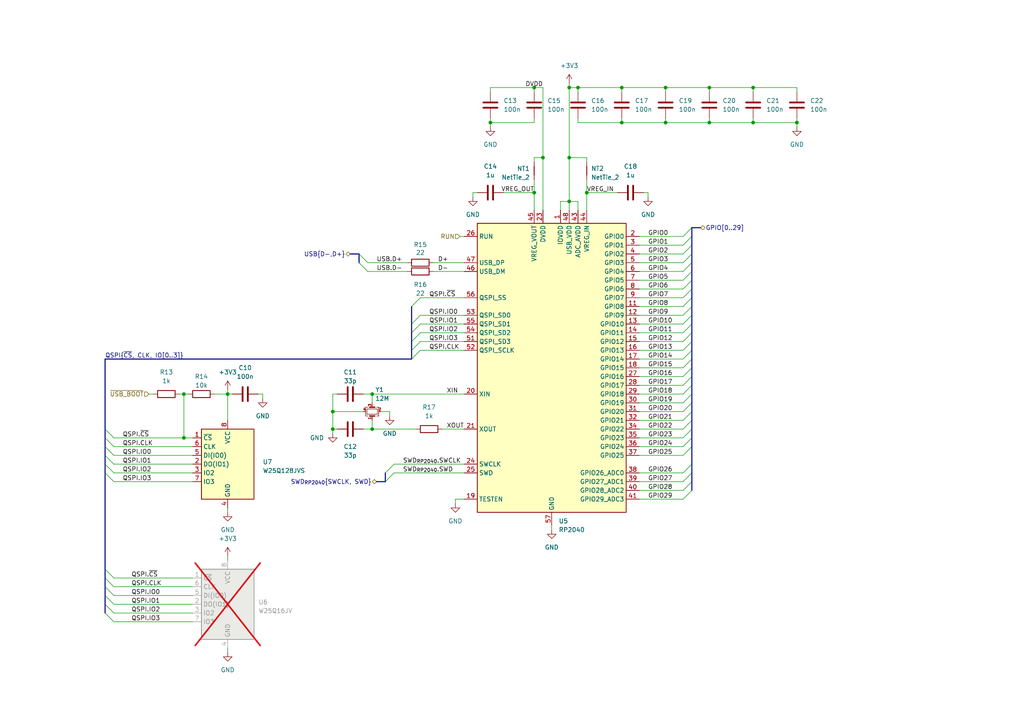
<source format=kicad_sch>
(kicad_sch (version 20230121) (generator eeschema)
  (paper "A4")
  (lib_symbols
    (symbol "Device:C" (pin_numbers hide) (pin_names (offset 0.254))
      (property "Reference" "C" (at 0.635 2.54 0))
      (property "Value" "C" (at 0.635 -2.54 0))
      (symbol "C_0_1"
        (polyline (pts (xy -2.032 -0.762) (xy 2.032 -0.762)) (stroke (width 0.508)))
        (polyline (pts (xy -2.032 0.762) (xy 2.032 0.762)) (stroke (width 0.508)))
      )
      (symbol "C_1_1"
        (pin passive line (at 0 3.81 270) (length 2.794) (name "~") (number "1"))
        (pin passive line (at 0 -3.81 90) (length 2.794) (name "~") (number "2"))
      )
    )
    (symbol "Device:Crystal_GND24_Small" (pin_names (offset 1.016) hide)
      (property "Reference" "Y" (at 1.27 4.445 0))
      (property "Value" "Crystal_GND24_Small" (at 1.27 2.54 0))
      (symbol "Crystal_GND24_Small_0_1"
        (rectangle (start -0.762 -1.524) (end 0.762 1.524))
        (polyline (pts (xy -1.27 -0.762) (xy -1.27 0.762)) (stroke (width 0.381)))
        (polyline (pts (xy 1.27 -0.762) (xy 1.27 0.762)) (stroke (width 0.381)))
        (polyline (pts (xy -1.27 -1.27) (xy -1.27 -1.905) (xy 1.27 -1.905) (xy 1.27 -1.27)))
        (polyline (pts (xy -1.27 1.27) (xy -1.27 1.905) (xy 1.27 1.905) (xy 1.27 1.27)))
      )
      (symbol "Crystal_GND24_Small_1_1"
        (pin passive line (at -2.54 0 0) (length 1.27) (name "1") (number "1"))
        (pin passive line (at 0 -2.54 90) (length 0.635) (name "2") (number "2"))
        (pin passive line (at 2.54 0 180) (length 1.27) (name "3") (number "3"))
        (pin passive line (at 0 2.54 270) (length 0.635) (name "4") (number "4"))
      )
    )
    (symbol "Device:NetTie_2" (pin_numbers hide) (pin_names (offset 0) hide)
      (property "Reference" "NT" (at 0 1.27 0))
      (property "Value" "NetTie_2" (at 0 -1.27 0))
      (symbol "NetTie_2_0_1"
        (polyline (pts (xy -1.27 0) (xy 1.27 0)) (stroke (width 0.254)))
      )
      (symbol "NetTie_2_1_1"
        (pin passive line (at -2.54 0 0) (length 2.54) (name "1") (number "1"))
        (pin passive line (at 2.54 0 180) (length 2.54) (name "2") (number "2"))
      )
    )
    (symbol "Device:R" (pin_numbers hide) (pin_names (offset 0))
      (property "Reference" "R" (at 2.032 0 90))
      (property "Value" "R" (at 0 0 90))
      (symbol "R_0_1"
        (rectangle (start -1.016 -2.54) (end 1.016 2.54) (stroke (width 0.254)))
      )
      (symbol "R_1_1"
        (pin passive line (at 0 3.81 270) (length 1.27) (name "~") (number "1"))
        (pin passive line (at 0 -3.81 90) (length 1.27) (name "~") (number "2"))
      )
    )
    (symbol "MCU_RaspberryPi:RP2040"
      (property "Reference" "U" (at 17.78 45.72 0))
      (property "Value" "RP2040" (at 17.78 43.18 0))
      (symbol "RP2040_0_1"
        (rectangle (start -21.59 41.91) (end 21.59 -41.91) (stroke (width 0.254)) (fill (type background)))
      )
      (symbol "RP2040_1_1"
        (pin power_in line (at 2.54 45.72 270) (length 3.81) (name "IOVDD") (number "1"))
        (pin passive line (at 2.54 45.72 270) (length 3.81) hide (name "IOVDD") (number "10"))
        (pin bidirectional line (at 25.4 17.78 180) (length 3.81) (name "GPIO8") (number "11"))
        (pin bidirectional line (at 25.4 15.24 180) (length 3.81) (name "GPIO9") (number "12"))
        (pin bidirectional line (at 25.4 12.7 180) (length 3.81) (name "GPIO10") (number "13"))
        (pin bidirectional line (at 25.4 10.16 180) (length 3.81) (name "GPIO11") (number "14"))
        (pin bidirectional line (at 25.4 7.62 180) (length 3.81) (name "GPIO12") (number "15"))
        (pin bidirectional line (at 25.4 5.08 180) (length 3.81) (name "GPIO13") (number "16"))
        (pin bidirectional line (at 25.4 2.54 180) (length 3.81) (name "GPIO14") (number "17"))
        (pin bidirectional line (at 25.4 0 180) (length 3.81) (name "GPIO15") (number "18"))
        (pin input line (at -25.4 -38.1 0) (length 3.81) (name "TESTEN") (number "19"))
        (pin bidirectional line (at 25.4 38.1 180) (length 3.81) (name "GPIO0") (number "2"))
        (pin input line (at -25.4 -7.62 0) (length 3.81) (name "XIN") (number "20"))
        (pin passive line (at -25.4 -17.78 0) (length 3.81) (name "XOUT") (number "21"))
        (pin passive line (at 2.54 45.72 270) (length 3.81) hide (name "IOVDD") (number "22"))
        (pin power_in line (at -2.54 45.72 270) (length 3.81) (name "DVDD") (number "23"))
        (pin output line (at -25.4 -27.94 0) (length 3.81) (name "SWCLK") (number "24"))
        (pin bidirectional line (at -25.4 -30.48 0) (length 3.81) (name "SWD") (number "25"))
        (pin input line (at -25.4 38.1 0) (length 3.81) (name "RUN") (number "26"))
        (pin bidirectional line (at 25.4 -2.54 180) (length 3.81) (name "GPIO16") (number "27"))
        (pin bidirectional line (at 25.4 -5.08 180) (length 3.81) (name "GPIO17") (number "28"))
        (pin bidirectional line (at 25.4 -7.62 180) (length 3.81) (name "GPIO18") (number "29"))
        (pin bidirectional line (at 25.4 35.56 180) (length 3.81) (name "GPIO1") (number "3"))
        (pin bidirectional line (at 25.4 -10.16 180) (length 3.81) (name "GPIO19") (number "30"))
        (pin bidirectional line (at 25.4 -12.7 180) (length 3.81) (name "GPIO20") (number "31"))
        (pin bidirectional line (at 25.4 -15.24 180) (length 3.81) (name "GPIO21") (number "32"))
        (pin passive line (at 2.54 45.72 270) (length 3.81) hide (name "IOVDD") (number "33"))
        (pin bidirectional line (at 25.4 -17.78 180) (length 3.81) (name "GPIO22") (number "34"))
        (pin bidirectional line (at 25.4 -20.32 180) (length 3.81) (name "GPIO23") (number "35"))
        (pin bidirectional line (at 25.4 -22.86 180) (length 3.81) (name "GPIO24") (number "36"))
        (pin bidirectional line (at 25.4 -25.4 180) (length 3.81) (name "GPIO25") (number "37"))
        (pin bidirectional line (at 25.4 -30.48 180) (length 3.81) (name "GPIO26_ADC0") (number "38"))
        (pin bidirectional line (at 25.4 -33.02 180) (length 3.81) (name "GPIO27_ADC1") (number "39"))
        (pin bidirectional line (at 25.4 33.02 180) (length 3.81) (name "GPIO2") (number "4"))
        (pin bidirectional line (at 25.4 -35.56 180) (length 3.81) (name "GPIO28_ADC2") (number "40"))
        (pin bidirectional line (at 25.4 -38.1 180) (length 3.81) (name "GPIO29_ADC3") (number "41"))
        (pin passive line (at 2.54 45.72 270) (length 3.81) hide (name "IOVDD") (number "42"))
        (pin power_in line (at 7.62 45.72 270) (length 3.81) (name "ADC_AVDD") (number "43"))
        (pin power_in line (at 10.16 45.72 270) (length 3.81) (name "VREG_IN") (number "44"))
        (pin power_out line (at -5.08 45.72 270) (length 3.81) (name "VREG_VOUT") (number "45"))
        (pin bidirectional line (at -25.4 27.94 0) (length 3.81) (name "USB_DM") (number "46"))
        (pin bidirectional line (at -25.4 30.48 0) (length 3.81) (name "USB_DP") (number "47"))
        (pin power_in line (at 5.08 45.72 270) (length 3.81) (name "USB_VDD") (number "48"))
        (pin passive line (at 2.54 45.72 270) (length 3.81) hide (name "IOVDD") (number "49"))
        (pin bidirectional line (at 25.4 30.48 180) (length 3.81) (name "GPIO3") (number "5"))
        (pin passive line (at -2.54 45.72 270) (length 3.81) hide (name "DVDD") (number "50"))
        (pin bidirectional line (at -25.4 7.62 0) (length 3.81) (name "QSPI_SD3") (number "51"))
        (pin output line (at -25.4 5.08 0) (length 3.81) (name "QSPI_SCLK") (number "52"))
        (pin bidirectional line (at -25.4 15.24 0) (length 3.81) (name "QSPI_SD0") (number "53"))
        (pin bidirectional line (at -25.4 10.16 0) (length 3.81) (name "QSPI_SD2") (number "54"))
        (pin bidirectional line (at -25.4 12.7 0) (length 3.81) (name "QSPI_SD1") (number "55"))
        (pin bidirectional line (at -25.4 20.32 0) (length 3.81) (name "QSPI_SS") (number "56"))
        (pin power_in line (at 0 -45.72 90) (length 3.81) (name "GND") (number "57"))
        (pin bidirectional line (at 25.4 27.94 180) (length 3.81) (name "GPIO4") (number "6"))
        (pin bidirectional line (at 25.4 25.4 180) (length 3.81) (name "GPIO5") (number "7"))
        (pin bidirectional line (at 25.4 22.86 180) (length 3.81) (name "GPIO6") (number "8"))
        (pin bidirectional line (at 25.4 20.32 180) (length 3.81) (name "GPIO7") (number "9"))
      )
    )
    (symbol "Memory_Flash:W25Q128JVS"
      (property "Reference" "U" (at -8.89 8.89 0))
      (property "Value" "W25Q128JVS" (at 7.62 8.89 0))
      (symbol "W25Q128JVS_0_1"
        (rectangle (start -7.62 10.16) (end 7.62 -10.16) (stroke (width 0.254)) (fill (type background)))
      )
      (symbol "W25Q128JVS_1_1"
        (pin input line (at -10.16 7.62 0) (length 2.54) (name "~{CS}") (number "1"))
        (pin bidirectional line (at -10.16 0 0) (length 2.54) (name "DO(IO1)") (number "2"))
        (pin bidirectional line (at -10.16 -2.54 0) (length 2.54) (name "IO2") (number "3"))
        (pin power_in line (at 0 -12.7 90) (length 2.54) (name "GND") (number "4"))
        (pin bidirectional line (at -10.16 2.54 0) (length 2.54) (name "DI(IO0)") (number "5"))
        (pin input line (at -10.16 5.08 0) (length 2.54) (name "CLK") (number "6"))
        (pin bidirectional line (at -10.16 -5.08 0) (length 2.54) (name "IO3") (number "7"))
        (pin power_in line (at 0 12.7 270) (length 2.54) (name "VCC") (number "8"))
      )
    )
    (symbol "W25Q32JVSS_1"
      (property "Reference" "U" (at -6.35 11.43 0))
      (property "Value" "W25Q32JVSS" (at 7.62 11.43 0))
      (symbol "W25Q32JVSS_1_0_1"
        (rectangle (start -7.62 10.16) (end 7.62 -10.16) (stroke (width 0.254)) (fill (type background)))
      )
      (symbol "W25Q32JVSS_1_1_1"
        (pin input line (at -10.16 7.62 0) (length 2.54) (name "~{CS}") (number "1"))
        (pin bidirectional line (at -10.16 0 0) (length 2.54) (name "DO(IO1)") (number "2"))
        (pin bidirectional line (at -10.16 -2.54 0) (length 2.54) (name "IO2") (number "3"))
        (pin power_in line (at 0 -12.7 90) (length 2.54) (name "GND") (number "4"))
        (pin bidirectional line (at -10.16 2.54 0) (length 2.54) (name "DI(IO0)") (number "5"))
        (pin input line (at -10.16 5.08 0) (length 2.54) (name "CLK") (number "6"))
        (pin bidirectional line (at -10.16 -5.08 0) (length 2.54) (name "IO3") (number "7"))
        (pin power_in line (at 0 12.7 270) (length 2.54) (name "VCC") (number "8"))
      )
    )
    (symbol "power:+3V3" (power) (pin_names (offset 0))
      (property "Value" "+3V3" (at 0 3.556 0))
      (symbol "+3V3_0_1"
        (polyline (pts (xy -0.762 1.27) (xy 0 2.54)))
        (polyline (pts (xy 0 0) (xy 0 2.54)))
        (polyline (pts (xy 0 2.54) (xy 0.762 1.27)))
      )
      (symbol "+3V3_1_1"
        (pin power_in line (at 0 0 90) (length 0) hide (name "+3V3") (number "1"))
      )
    )
    (symbol "power:GND" (power) (pin_names (offset 0))
      (property "Value" "GND" (at 0 -3.81 0))
      (symbol "GND_0_1"
        (polyline (pts (xy 0 0) (xy 0 -1.27) (xy 1.27 -1.27) (xy 0 -2.54) (xy -1.27 -1.27) (xy 0 -1.27)))
      )
      (symbol "GND_1_1"
        (pin power_in line (at 0 0 270) (length 0) hide (name "GND") (number "1"))
      )
    )
  )
  (junction (at 231.14 35.56))
  (junction (at 165.1 25.4))
  (junction (at 205.74 35.56))
  (junction (at 96.52 119.38))
  (junction (at 180.34 25.4))
  (junction (at 154.94 25.4))
  (junction (at 167.64 25.4))
  (junction (at 170.18 55.88))
  (junction (at 205.74 25.4))
  (junction (at 142.24 35.56))
  (junction (at 218.44 35.56))
  (junction (at 165.1 45.72))
  (junction (at 66.04 114.3))
  (junction (at 180.34 35.56))
  (junction (at 193.04 25.4))
  (junction (at 218.44 25.4))
  (junction (at 107.95 114.3))
  (junction (at 53.34 114.3))
  (junction (at 165.1 58.42))
  (junction (at 96.52 124.46))
  (junction (at 154.94 55.88))
  (junction (at 157.48 45.72))
  (junction (at 193.04 35.56))
  (junction (at 53.34 127))
  (junction (at 107.95 124.46))
  (bus_entry (at 200.66 96.52) (size -2.54 2.54))
  (bus_entry (at 200.66 111.76) (size -2.54 2.54))
  (bus_entry (at 200.66 121.92) (size -2.54 2.54))
  (bus_entry (at 30.48 177.8) (size 2.54 2.54))
  (bus_entry (at 111.76 139.7) (size 2.54 -2.54))
  (bus_entry (at 200.66 134.62) (size -2.54 2.54))
  (bus_entry (at 200.66 93.98) (size -2.54 2.54))
  (bus_entry (at 200.66 66.04) (size -2.54 2.54))
  (bus_entry (at 30.48 134.62) (size 2.54 2.54))
  (bus_entry (at 200.66 83.82) (size -2.54 2.54))
  (bus_entry (at 200.66 137.16) (size -2.54 2.54))
  (bus_entry (at 200.66 73.66) (size -2.54 2.54))
  (bus_entry (at 30.48 137.16) (size 2.54 2.54))
  (bus_entry (at 104.14 73.66) (size 2.54 2.54))
  (bus_entry (at 30.48 170.18) (size 2.54 2.54))
  (bus_entry (at 119.38 88.9) (size 2.54 -2.54))
  (bus_entry (at 200.66 116.84) (size -2.54 2.54))
  (bus_entry (at 200.66 86.36) (size -2.54 2.54))
  (bus_entry (at 119.38 96.52) (size 2.54 -2.54))
  (bus_entry (at 30.48 129.54) (size 2.54 2.54))
  (bus_entry (at 200.66 91.44) (size -2.54 2.54))
  (bus_entry (at 200.66 101.6) (size -2.54 2.54))
  (bus_entry (at 119.38 93.98) (size 2.54 -2.54))
  (bus_entry (at 200.66 119.38) (size -2.54 2.54))
  (bus_entry (at 200.66 81.28) (size -2.54 2.54))
  (bus_entry (at 200.66 127) (size -2.54 2.54))
  (bus_entry (at 200.66 129.54) (size -2.54 2.54))
  (bus_entry (at 200.66 99.06) (size -2.54 2.54))
  (bus_entry (at 119.38 99.06) (size 2.54 -2.54))
  (bus_entry (at 111.76 137.16) (size 2.54 -2.54))
  (bus_entry (at 30.48 124.46) (size 2.54 2.54))
  (bus_entry (at 30.48 165.1) (size 2.54 2.54))
  (bus_entry (at 119.38 101.6) (size 2.54 -2.54))
  (bus_entry (at 200.66 114.3) (size -2.54 2.54))
  (bus_entry (at 30.48 132.08) (size 2.54 2.54))
  (bus_entry (at 200.66 68.58) (size -2.54 2.54))
  (bus_entry (at 200.66 109.22) (size -2.54 2.54))
  (bus_entry (at 30.48 172.72) (size 2.54 2.54))
  (bus_entry (at 198.12 144.78) (size 2.54 -2.54))
  (bus_entry (at 30.48 167.64) (size 2.54 2.54))
  (bus_entry (at 30.48 127) (size 2.54 2.54))
  (bus_entry (at 104.14 76.2) (size 2.54 2.54))
  (bus_entry (at 30.48 175.26) (size 2.54 2.54))
  (bus_entry (at 200.66 78.74) (size -2.54 2.54))
  (bus_entry (at 200.66 104.14) (size -2.54 2.54))
  (bus_entry (at 200.66 71.12) (size -2.54 2.54))
  (bus_entry (at 200.66 106.68) (size -2.54 2.54))
  (bus_entry (at 119.38 104.14) (size 2.54 -2.54))
  (bus_entry (at 200.66 88.9) (size -2.54 2.54))
  (bus_entry (at 200.66 76.2) (size -2.54 2.54))
  (bus_entry (at 200.66 124.46) (size -2.54 2.54))
  (bus_entry (at 200.66 139.7) (size -2.54 2.54))
  (wire (pts (xy 121.92 93.98) (xy 134.62 93.98)))
  (bus (pts (xy 200.66 104.14) (xy 200.66 106.68)))
  (wire (pts (xy 185.42 119.38) (xy 198.12 119.38)))
  (bus (pts (xy 200.66 124.46) (xy 200.66 127)))
  (bus (pts (xy 119.38 93.98) (xy 119.38 96.52)))
  (wire (pts (xy 185.42 91.44) (xy 198.12 91.44)))
  (bus (pts (xy 200.66 116.84) (xy 200.66 119.38)))
  (wire (pts (xy 231.14 35.56) (xy 231.14 36.83)))
  (wire (pts (xy 165.1 45.72) (xy 165.1 58.42)))
  (wire (pts (xy 62.23 114.3) (xy 66.04 114.3)))
  (wire (pts (xy 66.04 147.32) (xy 66.04 148.59)))
  (wire (pts (xy 66.04 114.3) (xy 66.04 121.92)))
  (wire (pts (xy 154.94 45.72) (xy 154.94 46.99)))
  (bus (pts (xy 200.66 101.6) (xy 200.66 104.14)))
  (wire (pts (xy 53.34 127) (xy 55.88 127)))
  (wire (pts (xy 125.73 76.2) (xy 134.62 76.2)))
  (wire (pts (xy 185.42 93.98) (xy 198.12 93.98)))
  (wire (pts (xy 96.52 124.46) (xy 97.79 124.46)))
  (wire (pts (xy 170.18 45.72) (xy 170.18 46.99)))
  (wire (pts (xy 157.48 25.4) (xy 157.48 45.72)))
  (wire (pts (xy 114.3 137.16) (xy 134.62 137.16)))
  (wire (pts (xy 185.42 114.3) (xy 198.12 114.3)))
  (bus (pts (xy 200.66 66.04) (xy 200.66 68.58)))
  (wire (pts (xy 121.92 91.44) (xy 134.62 91.44)))
  (wire (pts (xy 185.42 86.36) (xy 198.12 86.36)))
  (bus (pts (xy 30.48 165.1) (xy 30.48 167.64)))
  (bus (pts (xy 200.66 96.52) (xy 200.66 99.06)))
  (bus (pts (xy 30.48 104.14) (xy 119.38 104.14)))
  (wire (pts (xy 185.42 104.14) (xy 198.12 104.14)))
  (bus (pts (xy 30.48 170.18) (xy 30.48 172.72)))
  (wire (pts (xy 185.42 88.9) (xy 198.12 88.9)))
  (wire (pts (xy 185.42 137.16) (xy 198.12 137.16)))
  (wire (pts (xy 33.02 170.18) (xy 55.88 170.18)))
  (bus (pts (xy 200.66 137.16) (xy 200.66 139.7)))
  (wire (pts (xy 180.34 35.56) (xy 193.04 35.56)))
  (wire (pts (xy 185.42 109.22) (xy 198.12 109.22)))
  (wire (pts (xy 114.3 134.62) (xy 134.62 134.62)))
  (wire (pts (xy 128.27 124.46) (xy 134.62 124.46)))
  (wire (pts (xy 185.42 111.76) (xy 198.12 111.76)))
  (wire (pts (xy 106.68 76.2) (xy 118.11 76.2)))
  (wire (pts (xy 66.04 161.29) (xy 66.04 162.56)))
  (wire (pts (xy 154.94 55.88) (xy 154.94 60.96)))
  (bus (pts (xy 30.48 129.54) (xy 30.48 132.08)))
  (bus (pts (xy 119.38 96.52) (xy 119.38 99.06)))
  (wire (pts (xy 53.34 114.3) (xy 54.61 114.3)))
  (bus (pts (xy 119.38 101.6) (xy 119.38 104.14)))
  (wire (pts (xy 125.73 78.74) (xy 134.62 78.74)))
  (wire (pts (xy 231.14 25.4) (xy 231.14 26.67)))
  (wire (pts (xy 167.64 35.56) (xy 180.34 35.56)))
  (wire (pts (xy 142.24 35.56) (xy 142.24 36.83)))
  (wire (pts (xy 53.34 114.3) (xy 53.34 127)))
  (wire (pts (xy 105.41 124.46) (xy 107.95 124.46)))
  (bus (pts (xy 200.66 134.62) (xy 200.66 137.16)))
  (wire (pts (xy 185.42 71.12) (xy 198.12 71.12)))
  (wire (pts (xy 167.64 25.4) (xy 167.64 26.67)))
  (bus (pts (xy 101.6 73.66) (xy 104.14 73.66)))
  (wire (pts (xy 185.42 132.08) (xy 198.12 132.08)))
  (wire (pts (xy 132.08 144.78) (xy 134.62 144.78)))
  (wire (pts (xy 33.02 172.72) (xy 55.88 172.72)))
  (wire (pts (xy 110.49 119.38) (xy 113.03 119.38)))
  (wire (pts (xy 205.74 25.4) (xy 205.74 26.67)))
  (wire (pts (xy 170.18 52.07) (xy 170.18 55.88)))
  (bus (pts (xy 200.66 68.58) (xy 200.66 71.12)))
  (bus (pts (xy 200.66 73.66) (xy 200.66 76.2)))
  (wire (pts (xy 185.42 139.7) (xy 198.12 139.7)))
  (wire (pts (xy 132.08 144.78) (xy 132.08 146.05)))
  (wire (pts (xy 193.04 25.4) (xy 205.74 25.4)))
  (wire (pts (xy 33.02 127) (xy 53.34 127)))
  (wire (pts (xy 180.34 25.4) (xy 193.04 25.4)))
  (wire (pts (xy 33.02 180.34) (xy 55.88 180.34)))
  (wire (pts (xy 160.02 152.4) (xy 160.02 153.67)))
  (wire (pts (xy 180.34 35.56) (xy 180.34 34.29)))
  (wire (pts (xy 33.02 134.62) (xy 55.88 134.62)))
  (wire (pts (xy 121.92 96.52) (xy 134.62 96.52)))
  (wire (pts (xy 106.68 78.74) (xy 118.11 78.74)))
  (wire (pts (xy 185.42 142.24) (xy 198.12 142.24)))
  (wire (pts (xy 107.95 124.46) (xy 107.95 121.92)))
  (wire (pts (xy 180.34 25.4) (xy 180.34 26.67)))
  (wire (pts (xy 185.42 144.78) (xy 198.12 144.78)))
  (wire (pts (xy 167.64 25.4) (xy 180.34 25.4)))
  (wire (pts (xy 185.42 121.92) (xy 198.12 121.92)))
  (wire (pts (xy 76.2 114.3) (xy 74.93 114.3)))
  (wire (pts (xy 170.18 55.88) (xy 179.07 55.88)))
  (bus (pts (xy 30.48 172.72) (xy 30.48 175.26)))
  (wire (pts (xy 185.42 76.2) (xy 198.12 76.2)))
  (wire (pts (xy 185.42 124.46) (xy 198.12 124.46)))
  (bus (pts (xy 200.66 129.54) (xy 200.66 134.62)))
  (wire (pts (xy 107.95 124.46) (xy 120.65 124.46)))
  (bus (pts (xy 200.66 76.2) (xy 200.66 78.74)))
  (wire (pts (xy 218.44 25.4) (xy 218.44 26.67)))
  (bus (pts (xy 30.48 175.26) (xy 30.48 177.8)))
  (wire (pts (xy 33.02 137.16) (xy 55.88 137.16)))
  (wire (pts (xy 43.18 114.3) (xy 44.45 114.3)))
  (wire (pts (xy 185.42 127) (xy 198.12 127)))
  (wire (pts (xy 107.95 114.3) (xy 134.62 114.3)))
  (wire (pts (xy 52.07 114.3) (xy 53.34 114.3)))
  (bus (pts (xy 200.66 119.38) (xy 200.66 121.92)))
  (wire (pts (xy 33.02 139.7) (xy 55.88 139.7)))
  (wire (pts (xy 157.48 25.4) (xy 154.94 25.4)))
  (wire (pts (xy 154.94 34.29) (xy 154.94 35.56)))
  (wire (pts (xy 231.14 35.56) (xy 231.14 34.29)))
  (wire (pts (xy 137.16 57.15) (xy 137.16 55.88)))
  (bus (pts (xy 200.66 127) (xy 200.66 129.54)))
  (wire (pts (xy 165.1 58.42) (xy 165.1 60.96)))
  (bus (pts (xy 109.22 139.7) (xy 111.76 139.7)))
  (bus (pts (xy 111.76 139.7) (xy 111.76 137.16)))
  (bus (pts (xy 200.66 71.12) (xy 200.66 73.66)))
  (wire (pts (xy 113.03 119.38) (xy 113.03 120.65)))
  (wire (pts (xy 107.95 116.84) (xy 107.95 114.3)))
  (wire (pts (xy 154.94 55.88) (xy 146.05 55.88)))
  (wire (pts (xy 133.35 68.58) (xy 134.62 68.58)))
  (wire (pts (xy 66.04 187.96) (xy 66.04 189.23)))
  (wire (pts (xy 162.56 58.42) (xy 165.1 58.42)))
  (wire (pts (xy 165.1 24.13) (xy 165.1 25.4)))
  (wire (pts (xy 193.04 25.4) (xy 193.04 26.67)))
  (wire (pts (xy 185.42 73.66) (xy 198.12 73.66)))
  (bus (pts (xy 30.48 124.46) (xy 30.48 127)))
  (wire (pts (xy 76.2 115.57) (xy 76.2 114.3)))
  (wire (pts (xy 205.74 35.56) (xy 205.74 34.29)))
  (wire (pts (xy 185.42 96.52) (xy 198.12 96.52)))
  (bus (pts (xy 200.66 88.9) (xy 200.66 91.44)))
  (wire (pts (xy 157.48 45.72) (xy 157.48 60.96)))
  (bus (pts (xy 119.38 88.9) (xy 119.38 93.98)))
  (wire (pts (xy 170.18 60.96) (xy 170.18 55.88)))
  (wire (pts (xy 165.1 25.4) (xy 167.64 25.4)))
  (wire (pts (xy 205.74 35.56) (xy 218.44 35.56)))
  (bus (pts (xy 200.66 121.92) (xy 200.66 124.46)))
  (wire (pts (xy 96.52 114.3) (xy 96.52 119.38)))
  (wire (pts (xy 137.16 55.88) (xy 138.43 55.88)))
  (wire (pts (xy 185.42 78.74) (xy 198.12 78.74)))
  (wire (pts (xy 154.94 45.72) (xy 157.48 45.72)))
  (wire (pts (xy 96.52 119.38) (xy 96.52 124.46)))
  (wire (pts (xy 33.02 132.08) (xy 55.88 132.08)))
  (wire (pts (xy 142.24 26.67) (xy 142.24 25.4)))
  (wire (pts (xy 33.02 129.54) (xy 55.88 129.54)))
  (wire (pts (xy 105.41 114.3) (xy 107.95 114.3)))
  (wire (pts (xy 193.04 35.56) (xy 205.74 35.56)))
  (bus (pts (xy 200.66 91.44) (xy 200.66 93.98)))
  (bus (pts (xy 200.66 106.68) (xy 200.66 109.22)))
  (bus (pts (xy 200.66 99.06) (xy 200.66 101.6)))
  (bus (pts (xy 200.66 81.28) (xy 200.66 83.82)))
  (wire (pts (xy 167.64 58.42) (xy 167.64 60.96)))
  (wire (pts (xy 165.1 45.72) (xy 170.18 45.72)))
  (wire (pts (xy 66.04 114.3) (xy 67.31 114.3)))
  (wire (pts (xy 185.42 81.28) (xy 198.12 81.28)))
  (wire (pts (xy 185.42 129.54) (xy 198.12 129.54)))
  (wire (pts (xy 165.1 25.4) (xy 165.1 45.72)))
  (wire (pts (xy 33.02 175.26) (xy 55.88 175.26)))
  (wire (pts (xy 121.92 86.36) (xy 134.62 86.36)))
  (wire (pts (xy 186.69 55.88) (xy 187.96 55.88)))
  (bus (pts (xy 200.66 111.76) (xy 200.66 114.3)))
  (bus (pts (xy 200.66 139.7) (xy 200.66 142.24)))
  (bus (pts (xy 200.66 109.22) (xy 200.66 111.76)))
  (wire (pts (xy 185.42 83.82) (xy 198.12 83.82)))
  (bus (pts (xy 30.48 127) (xy 30.48 129.54)))
  (wire (pts (xy 218.44 35.56) (xy 231.14 35.56)))
  (bus (pts (xy 119.38 99.06) (xy 119.38 101.6)))
  (wire (pts (xy 185.42 101.6) (xy 198.12 101.6)))
  (bus (pts (xy 200.66 78.74) (xy 200.66 81.28)))
  (wire (pts (xy 218.44 25.4) (xy 231.14 25.4)))
  (bus (pts (xy 200.66 66.04) (xy 203.2 66.04)))
  (bus (pts (xy 30.48 134.62) (xy 30.48 137.16)))
  (wire (pts (xy 121.92 99.06) (xy 134.62 99.06)))
  (wire (pts (xy 165.1 58.42) (xy 167.64 58.42)))
  (bus (pts (xy 30.48 104.14) (xy 30.48 124.46)))
  (bus (pts (xy 200.66 83.82) (xy 200.66 86.36)))
  (wire (pts (xy 121.92 101.6) (xy 134.62 101.6)))
  (bus (pts (xy 200.66 114.3) (xy 200.66 116.84)))
  (wire (pts (xy 185.42 116.84) (xy 198.12 116.84)))
  (wire (pts (xy 33.02 177.8) (xy 55.88 177.8)))
  (wire (pts (xy 218.44 35.56) (xy 218.44 34.29)))
  (wire (pts (xy 142.24 25.4) (xy 154.94 25.4)))
  (bus (pts (xy 200.66 86.36) (xy 200.66 88.9)))
  (wire (pts (xy 185.42 106.68) (xy 198.12 106.68)))
  (wire (pts (xy 96.52 119.38) (xy 105.41 119.38)))
  (wire (pts (xy 66.04 113.03) (xy 66.04 114.3)))
  (wire (pts (xy 193.04 34.29) (xy 193.04 35.56)))
  (wire (pts (xy 185.42 68.58) (xy 198.12 68.58)))
  (bus (pts (xy 200.66 93.98) (xy 200.66 96.52)))
  (wire (pts (xy 205.74 25.4) (xy 218.44 25.4)))
  (wire (pts (xy 33.02 167.64) (xy 55.88 167.64)))
  (bus (pts (xy 30.48 137.16) (xy 30.48 165.1)))
  (wire (pts (xy 162.56 58.42) (xy 162.56 60.96)))
  (wire (pts (xy 154.94 35.56) (xy 142.24 35.56)))
  (wire (pts (xy 154.94 25.4) (xy 154.94 26.67)))
  (wire (pts (xy 96.52 124.46) (xy 96.52 125.73)))
  (wire (pts (xy 97.79 114.3) (xy 96.52 114.3)))
  (wire (pts (xy 154.94 55.88) (xy 154.94 52.07)))
  (wire (pts (xy 142.24 35.56) (xy 142.24 34.29)))
  (wire (pts (xy 187.96 55.88) (xy 187.96 57.15)))
  (bus (pts (xy 104.14 73.66) (xy 104.14 76.2)))
  (bus (pts (xy 30.48 167.64) (xy 30.48 170.18)))
  (wire (pts (xy 185.42 99.06) (xy 198.12 99.06)))
  (wire (pts (xy 167.64 34.29) (xy 167.64 35.56)))
  (bus (pts (xy 30.48 132.08) (xy 30.48 134.62)))
  (label "GPIO9" (at 187.96 91.44 0))
  (label "GPIO17" (at 187.96 111.76 0))
  (label "QSPI.CLK" (at 124.46 101.6 0))
  (label "QSPI.IO2" (at 124.46 96.52 0))
  (label "D+" (at 127 76.2 0))
  (label "GPIO11" (at 187.96 96.52 0))
  (label "GPIO28" (at 187.96 142.24 0))
  (label "XIN" (at 129.54 114.3 0))
  (label "GPIO0" (at 187.96 68.58 0))
  (label "QSPI.IO3" (at 124.46 99.06 0))
  (label "GPIO23" (at 187.96 127 0))
  (label "GPIO29" (at 187.96 144.78 0))
  (label "SWD_{RP2040}.SWD" (at 116.84 137.16 0))
  (label "GPIO5" (at 187.96 81.28 0))
  (label "VREG_IN" (at 170.18 55.88 0))
  (label "QSPI.IO1" (at 35.56 134.62 0))
  (label "GPIO10" (at 187.96 93.98 0))
  (label "QSPI.IO3" (at 35.56 139.7 0))
  (label "QSPI.IO3" (at 38.1 180.34 0))
  (label "GPIO19" (at 187.96 116.84 0))
  (label "VREG_OUT" (at 154.94 55.88 180))
  (label "GPIO13" (at 187.96 101.6 0))
  (label "QSPI.~{CS}" (at 38.1 167.64 0))
  (label "GPIO27" (at 187.96 139.7 0))
  (label "QSPI.CLK" (at 35.56 129.54 0))
  (label "GPIO12" (at 187.96 99.06 0))
  (label "USB.D+" (at 109.22 76.2 0))
  (label "QSPI.IO2" (at 35.56 137.16 0))
  (label "GPIO7" (at 187.96 86.36 0))
  (label "QSPI.IO2" (at 38.1 177.8 0))
  (label "QSPI.IO0" (at 38.1 172.72 0))
  (label "GPIO15" (at 187.96 106.68 0))
  (label "QSPI.CLK" (at 38.1 170.18 0))
  (label "GPIO16" (at 187.96 109.22 0))
  (label "GPIO1" (at 187.96 71.12 0))
  (label "QSPI{~{CS}, CLK, IO[0..3]}" (at 30.48 104.14 0))
  (label "XOUT" (at 129.54 124.46 0))
  (label "SWD_{RP2040}.SWCLK" (at 116.84 134.62 0))
  (label "QSPI.~{CS}" (at 124.46 86.36 0))
  (label "GPIO6" (at 187.96 83.82 0))
  (label "GPIO18" (at 187.96 114.3 0))
  (label "GPIO21" (at 187.96 121.92 0))
  (label "GPIO8" (at 187.96 88.9 0))
  (label "GPIO3" (at 187.96 76.2 0))
  (label "D-" (at 127 78.74 0))
  (label "QSPI.IO0" (at 35.56 132.08 0))
  (label "QSPI.IO1" (at 124.46 93.98 0))
  (label "GPIO14" (at 187.96 104.14 0))
  (label "GPIO2" (at 187.96 73.66 0))
  (label "GPIO25" (at 187.96 132.08 0))
  (label "GPIO20" (at 187.96 119.38 0))
  (label "QSPI.~{CS}" (at 35.56 127 0))
  (label "QSPI.IO0" (at 124.46 91.44 0))
  (label "GPIO22" (at 187.96 124.46 0))
  (label "QSPI.IO1" (at 38.1 175.26 0))
  (label "DVDD" (at 157.48 25.4 180))
  (label "GPIO24" (at 187.96 129.54 0))
  (label "GPIO26" (at 187.96 137.16 0))
  (label "USB.D-" (at 109.22 78.74 0))
  (label "GPIO4" (at 187.96 78.74 0))
  (hierarchical_label "RUN" (shape input) (at 133.35 68.58 180))
  (hierarchical_label "SWD_{RP2040}{SWCLK, SWD}" (shape bidirectional) (at 109.22 139.7 180))
  (hierarchical_label "USB{D-,D+}" (shape bidirectional) (at 101.6 73.66 180))
  (hierarchical_label "GPIO[0..29]" (shape bidirectional) (at 203.2 66.04 0))
  (hierarchical_label "~{USB_BOOT}" (shape input) (at 43.18 114.3 180))
  (symbol (lib_id "Device:R") (at 48.26 114.3 90) (unit 1)
    (property "Reference" "R13" (at 48.26 107.95 90))
    (property "Value" "1k" (at 48.26 110.49 90))
    (property "Footprint" "Resistor_SMD:R_0402_1005Metric" (effects hide))
    (property "LCSC" "C11702" (effects hide))
    (property "MPN" "0402WGF1001TCE" (effects hide))
    (instances (project "chubby-hat" (path "" (reference "R13") (unit 1))) (project "rtl8762ckf-dev-board" (path "" (reference "R10") (unit 1))))
  )
  (symbol (lib_id "power:GND") (at 96.52 125.73 0) (unit 1)
    (property "Reference" "#PWR095" (effects hide))
    (property "Value" "GND" (at 93.98 126.9999 0) (effects (justify right)))
    (instances (project "chubby-hat" (path "" (reference "#PWR095") (unit 1))) (project "rtl8762ckf-dev-board" (path "" (reference "#PWR038") (unit 1))))
  )
  (symbol (lib_id "Device:C") (at 154.94 30.48 0) (unit 1)
    (property "Reference" "C15" (at 158.75 29.2099 0) (effects (justify left)))
    (property "Value" "100n" (at 158.75 31.7499 0) (effects (justify left)))
    (property "Footprint" "Capacitor_SMD:C_0402_1005Metric" (effects hide))
    (property "LCSC" "C1546" (effects hide))
    (property "MPN" "0402CG101J500NT" (effects hide))
    (instances (project "chubby-hat" (path "" (reference "C15") (unit 1))) (project "rtl8762ckf-dev-board" (path "" (reference "C28") (unit 1))))
  )
  (symbol (lib_id "power:GND") (at 66.04 148.59 0) (unit 1)
    (property "Reference" "#PWR093" (effects hide))
    (property "Value" "GND" (at 66.04 153.67 0))
    (instances (project "chubby-hat" (path "" (reference "#PWR093") (unit 1))) (project "rtl8762ckf-dev-board" (path "" (reference "#PWR047") (unit 1))))
  )
  (symbol (lib_id "Device:C") (at 182.88 55.88 90) (unit 1)
    (property "Reference" "C18" (at 182.88 48.26 90))
    (property "Value" "1u" (at 182.88 50.8 90))
    (property "Footprint" "Capacitor_SMD:C_0402_1005Metric" (effects hide))
    (property "LCSC" "C52923" (effects hide))
    (property "MPN" "CL05A105KA5NQNC" (effects hide))
    (instances (project "chubby-hat" (path "" (reference "C18") (unit 1))) (project "rtl8762ckf-dev-board" (path "" (reference "C31") (unit 1))))
  )
  (symbol (lib_id "Memory_Flash:W25Q128JVS") (at 66.04 134.62 0) (unit 1)
    (property "Reference" "U7" (at 76.2 133.985 0) (effects (justify left)))
    (property "Value" "W25Q128JVS" (at 76.2 136.525 0) (effects (justify left)))
    (property "Footprint" "Package_SO:SOIC-8_5.23x5.23mm_P1.27mm" (effects hide))
    (property "Datasheet" "http://www.winbond.com/resource-files/w25q128jv_dtr%20revc%2003272018%20plus.pdf" (effects hide))
    (property "LCSC" "C97521" (effects hide))
    (property "MPN" "W25Q128JVSIQ" (effects hide))
  )
  (symbol (lib_id "power:GND") (at 187.96 57.15 0) (unit 1)
    (property "Reference" "#PWR0102" (effects hide))
    (property "Value" "GND" (at 187.96 62.23 0))
    (instances (project "chubby-hat" (path "" (reference "#PWR0102") (unit 1))) (project "rtl8762ckf-dev-board" (path "" (reference "#PWR045") (unit 1))))
  )
  (symbol (lib_id "power:GND") (at 66.04 189.23 0) (unit 1)
    (property "Reference" "#PWR0105" (effects hide))
    (property "Value" "GND" (at 66.04 194.31 0))
    (instances (project "chubby-hat" (path "" (reference "#PWR0105") (unit 1))) (project "rtl8762ckf-dev-board" (path "" (reference "#PWR036") (unit 1))))
  )
  (symbol (lib_id "Device:R") (at 121.92 76.2 270) (unit 1)
    (property "Reference" "R15" (at 121.92 70.9738 90))
    (property "Value" "22" (at 121.92 73.2725 90))
    (property "Footprint" "Resistor_SMD:R_0402_1005Metric" (effects hide))
    (property "LCSC" "C25092" (effects hide))
    (property "MPN" "0402WGF220JTCE" (effects hide))
    (instances (project "chubby-hat" (path "" (reference "R15") (unit 1))) (project "rtl8762ckf-dev-board" (path "" (reference "R12") (unit 1))))
  )
  (symbol (lib_id "Device:C") (at 71.12 114.3 90) (unit 1)
    (property "Reference" "C10" (at 71.12 106.68 90))
    (property "Value" "100n" (at 71.12 109.22 90))
    (property "Footprint" "Capacitor_SMD:C_0402_1005Metric" (effects hide))
    (property "LCSC" "C1546" (effects hide))
    (property "MPN" "0402CG101J500NT" (effects hide))
    (instances (project "chubby-hat" (path "" (reference "C10") (unit 1))) (project "rtl8762ckf-dev-board" (path "" (reference "C23") (unit 1))))
  )
  (symbol (lib_id "power:GND") (at 231.14 36.83 0) (unit 1)
    (property "Reference" "#PWR0103" (effects hide))
    (property "Value" "GND" (at 231.14 41.91 0))
    (instances (project "chubby-hat" (path "" (reference "#PWR0103") (unit 1))) (project "rtl8762ckf-dev-board" (path "" (reference "#PWR046") (unit 1))))
  )
  (symbol (lib_id "Device:C") (at 142.24 30.48 0) (unit 1)
    (property "Reference" "C13" (at 146.05 29.2099 0) (effects (justify left)))
    (property "Value" "100n" (at 146.05 31.7499 0) (effects (justify left)))
    (property "Footprint" "Capacitor_SMD:C_0402_1005Metric" (effects hide))
    (property "LCSC" "C1546" (effects hide))
    (property "MPN" "0402CG101J500NT" (effects hide))
    (instances (project "chubby-hat" (path "" (reference "C13") (unit 1))) (project "rtl8762ckf-dev-board" (path "" (reference "C26") (unit 1))))
  )
  (symbol (lib_id "Device:C") (at 180.34 30.48 0) (unit 1)
    (property "Reference" "C17" (at 184.15 29.2099 0) (effects (justify left)))
    (property "Value" "100n" (at 184.15 31.7499 0) (effects (justify left)))
    (property "Footprint" "Capacitor_SMD:C_0402_1005Metric" (effects hide))
    (property "LCSC" "C1546" (effects hide))
    (property "MPN" "0402CG101J500NT" (effects hide))
    (instances (project "chubby-hat" (path "" (reference "C17") (unit 1))) (project "rtl8762ckf-dev-board" (path "" (reference "C30") (unit 1))))
  )
  (symbol (lib_id "power:GND") (at 137.16 57.15 0) (unit 1)
    (property "Reference" "#PWR098" (effects hide))
    (property "Value" "GND" (at 137.16 62.23 0))
    (instances (project "chubby-hat" (path "" (reference "#PWR098") (unit 1))) (project "rtl8762ckf-dev-board" (path "" (reference "#PWR041") (unit 1))))
  )
  (symbol (lib_id "Device:C") (at 101.6 124.46 270) (mirror x) (unit 1)
    (property "Reference" "C12" (at 101.6 129.54 90))
    (property "Value" "33p" (at 101.6 132.08 90))
    (property "Footprint" "Capacitor_SMD:C_0402_1005Metric" (effects hide))
    (property "LCSC" "C1562" (effects hide))
    (property "MPN" "0402CG330J500NT " (effects hide))
    (instances (project "chubby-hat" (path "" (reference "C12") (unit 1))) (project "rtl8762ckf-dev-board" (path "" (reference "C25") (unit 1))))
  )
  (symbol (lib_id "Device:C") (at 142.24 55.88 270) (unit 1)
    (property "Reference" "C14" (at 142.24 48.26 90))
    (property "Value" "1u" (at 142.24 50.8 90))
    (property "Footprint" "Capacitor_SMD:C_0402_1005Metric" (effects hide))
    (property "LCSC" "C52923" (effects hide))
    (property "MPN" "CL05A105KA5NQNC" (effects hide))
    (instances (project "chubby-hat" (path "" (reference "C14") (unit 1))) (project "rtl8762ckf-dev-board" (path "" (reference "C27") (unit 1))))
  )
  (symbol (lib_id "Device:C") (at 167.64 30.48 0) (unit 1)
    (property "Reference" "C16" (at 171.45 29.2099 0) (effects (justify left)))
    (property "Value" "100n" (at 171.45 31.7499 0) (effects (justify left)))
    (property "Footprint" "Capacitor_SMD:C_0402_1005Metric" (effects hide))
    (property "LCSC" "C1546" (effects hide))
    (property "MPN" "0402CG101J500NT" (effects hide))
    (instances (project "chubby-hat" (path "" (reference "C16") (unit 1))) (project "rtl8762ckf-dev-board" (path "" (reference "C29") (unit 1))))
  )
  (symbol (lib_id "Device:R") (at 58.42 114.3 90) (unit 1)
    (property "Reference" "R14" (at 58.42 109.22 90))
    (property "Value" "10k" (at 58.42 111.76 90))
    (property "Footprint" "Resistor_SMD:R_0402_1005Metric" (effects hide))
    (property "Datasheet" "https://datasheet.lcsc.com/lcsc/2205311900_UNI-ROYAL-Uniroyal-Elec-0402WGF100KTCE_C25086.pdf" (effects hide))
    (property "LCSC" "C25086" (effects hide))
    (property "MPN" "0402WGF100KTCE" (effects hide))
    (instances (project "chubby-hat" (path "" (reference "R14") (unit 1))) (project "rtl8762ckf-dev-board" (path "" (reference "R11") (unit 1))))
  )
  (symbol (lib_id "power:GND") (at 142.24 36.83 0) (unit 1)
    (property "Reference" "#PWR099" (effects hide))
    (property "Value" "GND" (at 142.24 41.91 0))
    (instances (project "chubby-hat" (path "" (reference "#PWR099") (unit 1))) (project "rtl8762ckf-dev-board" (path "" (reference "#PWR042") (unit 1))))
  )
  (symbol (lib_id "power:+3V3") (at 66.04 161.29 0) (unit 1)
    (property "Reference" "#PWR0104" (effects hide))
    (property "Value" "+3V3" (at 66.04 156.21 0))
    (instances (project "chubby-hat" (path "" (reference "#PWR0104") (unit 1))) (project "rtl8762ckf-dev-board" (path "" (reference "#PWR035") (unit 1))))
  )
  (symbol (lib_id "power:GND") (at 113.03 120.65 0) (unit 1)
    (property "Reference" "#PWR096" (effects hide))
    (property "Value" "GND" (at 113.03 125.73 0))
    (instances (project "chubby-hat" (path "" (reference "#PWR096") (unit 1))) (project "rtl8762ckf-dev-board" (path "" (reference "#PWR039") (unit 1))))
  )
  (symbol (lib_id "Device:C") (at 218.44 30.48 0) (unit 1)
    (property "Reference" "C21" (at 222.25 29.2099 0) (effects (justify left)))
    (property "Value" "100n" (at 222.25 31.7499 0) (effects (justify left)))
    (property "Footprint" "Capacitor_SMD:C_0402_1005Metric" (effects hide))
    (property "LCSC" "C1546" (effects hide))
    (property "MPN" "0402CG101J500NT" (effects hide))
    (instances (project "chubby-hat" (path "" (reference "C21") (unit 1))) (project "rtl8762ckf-dev-board" (path "" (reference "C34") (unit 1))))
  )
  (symbol (lib_id "Device:C") (at 193.04 30.48 0) (unit 1)
    (property "Reference" "C19" (at 196.85 29.2099 0) (effects (justify left)))
    (property "Value" "100n" (at 196.85 31.7499 0) (effects (justify left)))
    (property "Footprint" "Capacitor_SMD:C_0402_1005Metric" (effects hide))
    (property "LCSC" "C1546" (effects hide))
    (property "MPN" "0402CG101J500NT" (effects hide))
    (instances (project "chubby-hat" (path "" (reference "C19") (unit 1))) (project "rtl8762ckf-dev-board" (path "" (reference "C32") (unit 1))))
  )
  (symbol (lib_id "MCU_RaspberryPi:RP2040") (at 160.02 106.68 0) (unit 1)
    (property "Reference" "U5" (at 162.0394 151.13 0) (effects (justify left)))
    (property "Value" "RP2040" (at 162.0394 153.67 0) (effects (justify left)))
    (property "Footprint" "Package_DFN_QFN:QFN-56-1EP_7x7mm_P0.4mm_EP3.2x3.2mm" (effects hide))
    (property "Datasheet" "https://datasheets.raspberrypi.com/rp2040/rp2040-datasheet.pdf" (effects hide))
    (property "LCSC" "C2040" (effects hide))
    (property "MPN" "RP2040" (effects hide))
    (instances (project "chubby-hat" (path "" (reference "U5") (unit 1))) (project "rtl8762ckf-dev-board" (path "" (reference "U6") (unit 1))))
  )
  (symbol (lib_id "Device:C") (at 205.74 30.48 0) (unit 1)
    (property "Reference" "C20" (at 209.55 29.2099 0) (effects (justify left)))
    (property "Value" "100n" (at 209.55 31.7499 0) (effects (justify left)))
    (property "Footprint" "Capacitor_SMD:C_0402_1005Metric" (effects hide))
    (property "LCSC" "C1546" (effects hide))
    (property "MPN" "0402CG101J500NT" (effects hide))
    (instances (project "chubby-hat" (path "" (reference "C20") (unit 1))) (project "rtl8762ckf-dev-board" (path "" (reference "C33") (unit 1))))
  )
  (symbol (lib_id "power:+3V3") (at 66.04 113.03 0) (unit 1)
    (property "Reference" "#PWR092" (effects hide))
    (property "Value" "+3V3" (at 66.04 107.95 0))
    (instances (project "chubby-hat" (path "" (reference "#PWR092") (unit 1))) (project "rtl8762ckf-dev-board" (path "" (reference "#PWR033") (unit 1))))
  )
  (symbol (lib_id "Device:C") (at 231.14 30.48 0) (unit 1)
    (property "Reference" "C22" (at 234.95 29.2099 0) (effects (justify left)))
    (property "Value" "100n" (at 234.95 31.7499 0) (effects (justify left)))
    (property "Footprint" "Capacitor_SMD:C_0402_1005Metric" (effects hide))
    (property "LCSC" "C1546" (effects hide))
    (property "MPN" "0402CG101J500NT" (effects hide))
    (instances (project "chubby-hat" (path "" (reference "C22") (unit 1))) (project "rtl8762ckf-dev-board" (path "" (reference "C35") (unit 1))))
  )
  (symbol (lib_id "Device:C") (at 101.6 114.3 270) (mirror x) (unit 1)
    (property "Reference" "C11" (at 101.6 107.95 90))
    (property "Value" "33p" (at 101.6 110.49 90))
    (property "Footprint" "Capacitor_SMD:C_0402_1005Metric" (effects hide))
    (property "LCSC" "C1562" (effects hide))
    (property "MPN" "0402CG330J500NT " (effects hide))
    (instances (project "chubby-hat" (path "" (reference "C11") (unit 1))) (project "rtl8762ckf-dev-board" (path "" (reference "C24") (unit 1))))
  )
  (symbol (lib_id "Device:NetTie_2") (at 170.18 49.53 270) (unit 1)
    (property "Reference" "NT2" (at 171.45 48.895 90) (effects (justify left)))
    (property "Value" "NetTie_2" (at 171.45 51.435 90) (effects (justify left)))
    (property "Footprint" "NetTie_Project:NetTie-2_SMD_Pad0.127mm" (effects hide))
  )
  (symbol (lib_id "Device:R") (at 124.46 124.46 90) (unit 1)
    (property "Reference" "R17" (at 124.46 118.11 90))
    (property "Value" "1k" (at 124.46 120.65 90))
    (property "Footprint" "Resistor_SMD:R_0402_1005Metric" (effects hide))
    (property "LCSC" "C11702" (effects hide))
    (property "MPN" "0402WGF1001TCE" (effects hide))
    (instances (project "chubby-hat" (path "" (reference "R17") (unit 1))) (project "rtl8762ckf-dev-board" (path "" (reference "R14") (unit 1))))
  )
  (symbol (lib_id "power:GND") (at 76.2 115.57 0) (unit 1)
    (property "Reference" "#PWR094" (effects hide))
    (property "Value" "GND" (at 76.2 120.65 0))
    (instances (project "chubby-hat" (path "" (reference "#PWR094") (unit 1))) (project "rtl8762ckf-dev-board" (path "" (reference "#PWR037") (unit 1))))
  )
  (symbol (lib_name "W25Q32JVSS_1") (lib_id "Memory_Flash:W25Q32JVSS") (at 66.04 175.26 0) (unit 1) (in_bom no) (dnp yes)
    (property "Reference" "U6" (at 74.93 174.625 0) (effects (justify left)))
    (property "Value" "W25Q16JV" (at 74.93 177.165 0) (effects (justify left)))
    (property "Footprint" "Package_USON:USON-8_3.0x2.0mm_P0.5mm" (effects hide))
    (property "Datasheet" "https://datasheet.lcsc.com/lcsc/2204011630_Zetta-ZD25WD40BUIGR_C2759917.pdf" (effects hide))
    (property "LCSC" "C2759917" (effects hide))
    (property "MPN" "ZD25WD40BUIGR" (effects hide))
    (instances (project "chubby-hat" (path "" (reference "U6") (unit 1))) (project "rtl8762ckf-dev-board" (path "" (reference "U5") (unit 1))))
  )
  (symbol (lib_id "power:GND") (at 132.08 146.05 0) (unit 1)
    (property "Reference" "#PWR097" (effects hide))
    (property "Value" "GND" (at 132.08 151.13 0))
    (instances (project "chubby-hat" (path "" (reference "#PWR097") (unit 1))) (project "rtl8762ckf-dev-board" (path "" (reference "#PWR040") (unit 1))))
  )
  (symbol (lib_id "power:+3V3") (at 165.1 24.13 0) (unit 1)
    (property "Reference" "#PWR0101" (effects hide))
    (property "Value" "+3V3" (at 165.1 19.05 0))
    (instances (project "chubby-hat" (path "" (reference "#PWR0101") (unit 1))) (project "rtl8762ckf-dev-board" (path "" (reference "#PWR044") (unit 1))))
  )
  (symbol (lib_id "power:GND") (at 160.02 153.67 0) (unit 1)
    (property "Reference" "#PWR0100" (effects hide))
    (property "Value" "GND" (at 160.02 158.75 0))
    (instances (project "chubby-hat" (path "" (reference "#PWR0100") (unit 1))) (project "rtl8762ckf-dev-board" (path "" (reference "#PWR043") (unit 1))))
  )
  (symbol (lib_id "Device:NetTie_2") (at 154.94 49.53 270) (unit 1)
    (property "Reference" "NT1" (at 153.67 48.895 90) (effects (justify right)))
    (property "Value" "NetTie_2" (at 153.67 51.435 90) (effects (justify right)))
    (property "Footprint" "NetTie_Project:NetTie-2_SMD_Pad0.127mm" (effects hide))
  )
  (symbol (lib_id "Device:Crystal_GND24_Small") (at 107.95 119.38 90) (unit 1)
    (property "Reference" "Y1" (at 108.8389 113.03 90) (effects (justify right)))
    (property "Value" "12M" (at 108.8389 115.57 90) (effects (justify right)))
    (property "Footprint" "Crystal:Crystal_SMD_3225-4Pin_3.2x2.5mm" (effects hide))
    (property "Datasheet" "https://datasheet.lcsc.com/lcsc/2109101930_TAE-Zhejiang-Abel-Elec-TAXM12M4RLBDDT2T_C133334.pdf" (effects hide))
    (property "MPN" "X322512MSB4SI" (effects hide))
    (property "Load Capacitance" "20p" (effects hide))
    (property "LCSC" "C9002" (effects hide))
    (instances (project "chubby-hat" (path "" (reference "Y1") (unit 1))) (project "rtl8762ckf-dev-board" (path "" (reference "Y2") (unit 1))))
  )
  (symbol (lib_id "Device:R") (at 121.92 78.74 90) (mirror x) (unit 1)
    (property "Reference" "R16" (at 121.92 82.55 90))
    (property "Value" "22" (at 121.92 85.09 90))
    (property "Footprint" "Resistor_SMD:R_0402_1005Metric" (effects hide))
    (property "LCSC" "C25092" (effects hide))
    (property "MPN" "0402WGF220JTCE" (effects hide))
    (instances (project "chubby-hat" (path "" (reference "R16") (unit 1))) (project "rtl8762ckf-dev-board" (path "" (reference "R13") (unit 1))))
  )
)
</source>
